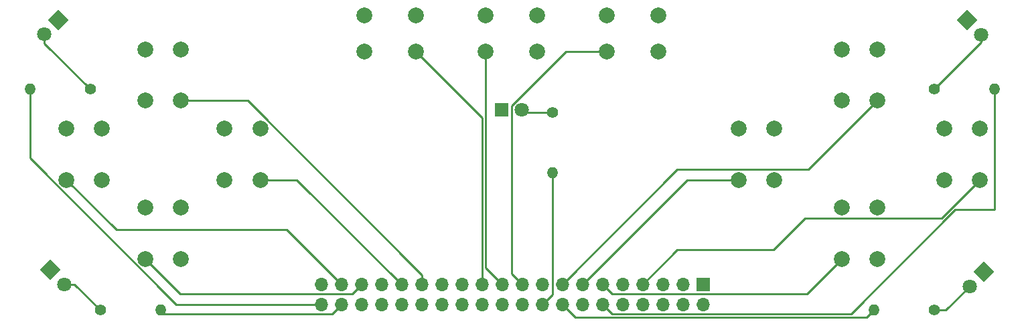
<source format=gtl>
%TF.GenerationSoftware,KiCad,Pcbnew,(6.0.11-0)*%
%TF.CreationDate,2023-02-15T22:40:39-07:00*%
%TF.ProjectId,gamepad,67616d65-7061-4642-9e6b-696361645f70,rev?*%
%TF.SameCoordinates,Original*%
%TF.FileFunction,Copper,L1,Top*%
%TF.FilePolarity,Positive*%
%FSLAX46Y46*%
G04 Gerber Fmt 4.6, Leading zero omitted, Abs format (unit mm)*
G04 Created by KiCad (PCBNEW (6.0.11-0)) date 2023-02-15 22:40:39*
%MOMM*%
%LPD*%
G01*
G04 APERTURE LIST*
G04 Aperture macros list*
%AMRotRect*
0 Rectangle, with rotation*
0 The origin of the aperture is its center*
0 $1 length*
0 $2 width*
0 $3 Rotation angle, in degrees counterclockwise*
0 Add horizontal line*
21,1,$1,$2,0,0,$3*%
G04 Aperture macros list end*
%TA.AperFunction,ComponentPad*%
%ADD10RotRect,1.800000X1.800000X225.000000*%
%TD*%
%TA.AperFunction,ComponentPad*%
%ADD11C,1.800000*%
%TD*%
%TA.AperFunction,ComponentPad*%
%ADD12RotRect,1.800000X1.800000X315.000000*%
%TD*%
%TA.AperFunction,ComponentPad*%
%ADD13C,1.400000*%
%TD*%
%TA.AperFunction,ComponentPad*%
%ADD14O,1.400000X1.400000*%
%TD*%
%TA.AperFunction,ComponentPad*%
%ADD15C,2.000000*%
%TD*%
%TA.AperFunction,ComponentPad*%
%ADD16R,1.800000X1.800000*%
%TD*%
%TA.AperFunction,ComponentPad*%
%ADD17R,1.700000X1.700000*%
%TD*%
%TA.AperFunction,ComponentPad*%
%ADD18O,1.700000X1.700000*%
%TD*%
%TA.AperFunction,Conductor*%
%ADD19C,0.250000*%
%TD*%
G04 APERTURE END LIST*
D10*
%TO.P,D5,1,K*%
%TO.N,Net-(J1-Pad9)*%
X224767963Y-137414849D03*
D11*
%TO.P,D5,2,A*%
%TO.N,Net-(D5-Pad2)*%
X222971912Y-139210900D03*
%TD*%
D12*
%TO.P,D4,1,K*%
%TO.N,Net-(J1-Pad9)*%
X222583082Y-105584365D03*
D11*
%TO.P,D4,2,A*%
%TO.N,Net-(D4-Pad2)*%
X224379133Y-107380416D03*
%TD*%
D10*
%TO.P,D3,1,K*%
%TO.N,Net-(J1-Pad39)*%
X107764349Y-105572566D03*
D11*
%TO.P,D3,2,A*%
%TO.N,Net-(D3-Pad2)*%
X105968298Y-107368617D03*
%TD*%
D12*
%TO.P,D2,1,K*%
%TO.N,Net-(J1-Pad39)*%
X106680000Y-137160000D03*
D11*
%TO.P,D2,2,A*%
%TO.N,Net-(D2-Pad2)*%
X108476051Y-138956051D03*
%TD*%
D13*
%TO.P,R5,1*%
%TO.N,Net-(D5-Pad2)*%
X218440000Y-142240000D03*
D14*
%TO.P,R5,2*%
%TO.N,Net-(J1-Pad16)*%
X210820000Y-142240000D03*
%TD*%
D13*
%TO.P,R4,1*%
%TO.N,Net-(D4-Pad2)*%
X218440000Y-114300000D03*
D14*
%TO.P,R4,2*%
%TO.N,Net-(J1-Pad12)*%
X226060000Y-114300000D03*
%TD*%
%TO.P,R3,2*%
%TO.N,Net-(J1-Pad40)*%
X104140000Y-114300000D03*
D13*
%TO.P,R3,1*%
%TO.N,Net-(D3-Pad2)*%
X111760000Y-114300000D03*
%TD*%
%TO.P,R2,1*%
%TO.N,Net-(D2-Pad2)*%
X113030000Y-142240000D03*
D14*
%TO.P,R2,2*%
%TO.N,Net-(J1-Pad38)*%
X120650000Y-142240000D03*
%TD*%
D15*
%TO.P,SW5,1,1*%
%TO.N,Net-(D1-Pad1)*%
X152910000Y-105000000D03*
X146410000Y-105000000D03*
%TO.P,SW5,2,2*%
%TO.N,Net-(J1-Pad23)*%
X152910000Y-109500000D03*
X146410000Y-109500000D03*
%TD*%
%TO.P,SW3,1,1*%
%TO.N,Net-(J1-Pad35)*%
X118750000Y-129250000D03*
X118750000Y-135750000D03*
%TO.P,SW3,2,2*%
%TO.N,Net-(J1-Pad39)*%
X123250000Y-135750000D03*
X123250000Y-129250000D03*
%TD*%
%TO.P,SW8,1,1*%
%TO.N,Net-(J1-Pad13)*%
X193750000Y-125750000D03*
X193750000Y-119250000D03*
%TO.P,SW8,2,2*%
%TO.N,Net-(J1-Pad9)*%
X198250000Y-119250000D03*
X198250000Y-125750000D03*
%TD*%
D13*
%TO.P,R1,1*%
%TO.N,Net-(D1-Pad2)*%
X170180000Y-117270000D03*
D14*
%TO.P,R1,2*%
%TO.N,Net-(J1-Pad18)*%
X170180000Y-124890000D03*
%TD*%
D11*
%TO.P,D1,2,A*%
%TO.N,Net-(D1-Pad2)*%
X166290000Y-116880000D03*
D16*
%TO.P,D1,1,K*%
%TO.N,Net-(D1-Pad1)*%
X163750000Y-116880000D03*
%TD*%
D17*
%TO.P,J1,1,3V3*%
%TO.N,unconnected-(J1-Pad1)*%
X189225000Y-138971190D03*
D18*
%TO.P,J1,2,5V*%
%TO.N,unconnected-(J1-Pad2)*%
X189225000Y-141511190D03*
%TO.P,J1,3,SDA/GPIO2*%
%TO.N,unconnected-(J1-Pad3)*%
X186685000Y-138971190D03*
%TO.P,J1,4,5V*%
%TO.N,unconnected-(J1-Pad4)*%
X186685000Y-141511190D03*
%TO.P,J1,5,SCL/GPIO3*%
%TO.N,unconnected-(J1-Pad5)*%
X184145000Y-138971190D03*
%TO.P,J1,6,GND*%
%TO.N,unconnected-(J1-Pad6)*%
X184145000Y-141511190D03*
%TO.P,J1,7,GCLK0/GPIO4*%
%TO.N,Net-(J1-Pad7)*%
X181605000Y-138971190D03*
%TO.P,J1,8,GPIO14/TXD*%
%TO.N,unconnected-(J1-Pad8)*%
X181605000Y-141511190D03*
%TO.P,J1,9,GND*%
%TO.N,Net-(J1-Pad9)*%
X179065000Y-138971190D03*
%TO.P,J1,10,GPIO15/RXD*%
%TO.N,unconnected-(J1-Pad10)*%
X179065000Y-141511190D03*
%TO.P,J1,11,GPIO17*%
%TO.N,Net-(J1-Pad11)*%
X176525000Y-138971190D03*
%TO.P,J1,12,GPIO18/PWM0*%
%TO.N,Net-(J1-Pad12)*%
X176525000Y-141511190D03*
%TO.P,J1,13,GPIO27*%
%TO.N,Net-(J1-Pad13)*%
X173985000Y-138971190D03*
%TO.P,J1,14,GND*%
%TO.N,unconnected-(J1-Pad14)*%
X173985000Y-141511190D03*
%TO.P,J1,15,GPIO22*%
%TO.N,Net-(J1-Pad15)*%
X171445000Y-138971190D03*
%TO.P,J1,16,GPIO23*%
%TO.N,Net-(J1-Pad16)*%
X171445000Y-141511190D03*
%TO.P,J1,17,3V3*%
%TO.N,unconnected-(J1-Pad17)*%
X168905000Y-138971190D03*
%TO.P,J1,18,GPIO24*%
%TO.N,Net-(J1-Pad18)*%
X168905000Y-141511190D03*
%TO.P,J1,19,MOSI0/GPIO10*%
%TO.N,Net-(J1-Pad19)*%
X166365000Y-138971190D03*
%TO.P,J1,20,GND*%
%TO.N,unconnected-(J1-Pad20)*%
X166365000Y-141511190D03*
%TO.P,J1,21,MISO0/GPIO9*%
%TO.N,Net-(J1-Pad21)*%
X163825000Y-138971190D03*
%TO.P,J1,22,GPIO25*%
%TO.N,unconnected-(J1-Pad22)*%
X163825000Y-141511190D03*
%TO.P,J1,23,SCLK0/GPIO11*%
%TO.N,Net-(J1-Pad23)*%
X161285000Y-138971190D03*
%TO.P,J1,24,~{CE0}/GPIO8*%
%TO.N,unconnected-(J1-Pad24)*%
X161285000Y-141511190D03*
%TO.P,J1,25,GND*%
%TO.N,Net-(D1-Pad1)*%
X158745000Y-138971190D03*
%TO.P,J1,26,~{CE1}/GPIO7*%
%TO.N,unconnected-(J1-Pad26)*%
X158745000Y-141511190D03*
%TO.P,J1,27,ID_SD/GPIO0*%
%TO.N,unconnected-(J1-Pad27)*%
X156205000Y-138971190D03*
%TO.P,J1,28,ID_SC/GPIO1*%
%TO.N,unconnected-(J1-Pad28)*%
X156205000Y-141511190D03*
%TO.P,J1,29,GCLK1/GPIO5*%
%TO.N,Net-(J1-Pad29)*%
X153665000Y-138971190D03*
%TO.P,J1,30,GND*%
%TO.N,unconnected-(J1-Pad30)*%
X153665000Y-141511190D03*
%TO.P,J1,31,GCLK2/GPIO6*%
%TO.N,Net-(J1-Pad31)*%
X151125000Y-138971190D03*
%TO.P,J1,32,PWM0/GPIO12*%
%TO.N,unconnected-(J1-Pad32)*%
X151125000Y-141511190D03*
%TO.P,J1,33,PWM1/GPIO13*%
%TO.N,unconnected-(J1-Pad33)*%
X148585000Y-138971190D03*
%TO.P,J1,34,GND*%
%TO.N,unconnected-(J1-Pad34)*%
X148585000Y-141511190D03*
%TO.P,J1,35,GPIO19/MISO1*%
%TO.N,Net-(J1-Pad35)*%
X146045000Y-138971190D03*
%TO.P,J1,36,GPIO16*%
%TO.N,unconnected-(J1-Pad36)*%
X146045000Y-141511190D03*
%TO.P,J1,37,GPIO26*%
%TO.N,Net-(J1-Pad37)*%
X143505000Y-138971190D03*
%TO.P,J1,38,GPIO20/MOSI1*%
%TO.N,Net-(J1-Pad38)*%
X143505000Y-141511190D03*
%TO.P,J1,39,GND*%
%TO.N,Net-(J1-Pad39)*%
X140965000Y-138971190D03*
%TO.P,J1,40,GPIO21/SCLK1*%
%TO.N,Net-(J1-Pad40)*%
X140965000Y-141511190D03*
%TD*%
D15*
%TO.P,SW11,1,1*%
%TO.N,Net-(J1-Pad9)*%
X219750000Y-125750000D03*
X219750000Y-119250000D03*
%TO.P,SW11,2,2*%
%TO.N,Net-(J1-Pad7)*%
X224250000Y-125750000D03*
X224250000Y-119250000D03*
%TD*%
%TO.P,SW1,1,1*%
%TO.N,Net-(J1-Pad37)*%
X108750000Y-125750000D03*
X108750000Y-119250000D03*
%TO.P,SW1,2,2*%
%TO.N,Net-(J1-Pad39)*%
X113250000Y-119250000D03*
X113250000Y-125750000D03*
%TD*%
%TO.P,SW7,1,1*%
%TO.N,Net-(D1-Pad1)*%
X183590000Y-105000000D03*
X177090000Y-105000000D03*
%TO.P,SW7,2,2*%
%TO.N,Net-(J1-Pad19)*%
X177090000Y-109500000D03*
X183590000Y-109500000D03*
%TD*%
%TO.P,SW10,1,1*%
%TO.N,Net-(J1-Pad9)*%
X206750000Y-109250000D03*
X206750000Y-115750000D03*
%TO.P,SW10,2,2*%
%TO.N,Net-(J1-Pad15)*%
X211250000Y-109250000D03*
X211250000Y-115750000D03*
%TD*%
%TO.P,SW2,1,1*%
%TO.N,Net-(J1-Pad39)*%
X118750000Y-115750000D03*
X118750000Y-109250000D03*
%TO.P,SW2,2,2*%
%TO.N,Net-(J1-Pad29)*%
X123250000Y-115750000D03*
X123250000Y-109250000D03*
%TD*%
%TO.P,SW4,1,1*%
%TO.N,Net-(J1-Pad39)*%
X128750000Y-119250000D03*
X128750000Y-125750000D03*
%TO.P,SW4,2,2*%
%TO.N,Net-(J1-Pad31)*%
X133250000Y-119250000D03*
X133250000Y-125750000D03*
%TD*%
%TO.P,SW9,1,1*%
%TO.N,Net-(J1-Pad11)*%
X206750000Y-135750000D03*
X206750000Y-129250000D03*
%TO.P,SW9,2,2*%
%TO.N,Net-(J1-Pad9)*%
X211250000Y-135750000D03*
X211250000Y-129250000D03*
%TD*%
%TO.P,SW6,1,1*%
%TO.N,Net-(D1-Pad1)*%
X161750000Y-105000000D03*
X168250000Y-105000000D03*
%TO.P,SW6,2,2*%
%TO.N,Net-(J1-Pad21)*%
X161750000Y-109500000D03*
X168250000Y-109500000D03*
%TD*%
D19*
%TO.N,Net-(D4-Pad2)*%
X218440000Y-114300000D02*
X224379133Y-108360867D01*
X224379133Y-108360867D02*
X224379133Y-107380416D01*
%TO.N,Net-(J1-Pad12)*%
X226060000Y-129540000D02*
X226060000Y-114300000D01*
X176525000Y-141511190D02*
X177700000Y-142686190D01*
X177700000Y-142686190D02*
X207950206Y-142686190D01*
X207950206Y-142686190D02*
X221096396Y-129540000D01*
X221096396Y-129540000D02*
X226060000Y-129540000D01*
%TO.N,Net-(J1-Pad19)*%
X166365000Y-138971190D02*
X165065000Y-137671190D01*
X165065000Y-137671190D02*
X165065000Y-116372588D01*
X165065000Y-116372588D02*
X171937588Y-109500000D01*
X171937588Y-109500000D02*
X177090000Y-109500000D01*
%TO.N,Net-(D1-Pad2)*%
X170180000Y-117270000D02*
X166680000Y-117270000D01*
X166680000Y-117270000D02*
X166290000Y-116880000D01*
%TO.N,Net-(J1-Pad21)*%
X163825000Y-138971190D02*
X161750000Y-136896190D01*
X161750000Y-136896190D02*
X161750000Y-109500000D01*
%TO.N,Net-(D3-Pad2)*%
X111760000Y-114300000D02*
X105968298Y-108508298D01*
X105968298Y-108508298D02*
X105968298Y-107368617D01*
%TO.N,Net-(J1-Pad40)*%
X104140000Y-123013833D02*
X104140000Y-114300000D01*
%TO.N,Net-(D5-Pad2)*%
X218440000Y-142240000D02*
X219942812Y-142240000D01*
X219942812Y-142240000D02*
X222971912Y-139210900D01*
%TO.N,Net-(J1-Pad16)*%
X171445000Y-141511190D02*
X173070000Y-143136190D01*
X173070000Y-143136190D02*
X209923810Y-143136190D01*
X209923810Y-143136190D02*
X210820000Y-142240000D01*
%TO.N,Net-(J1-Pad40)*%
X140965000Y-141511190D02*
X122637357Y-141511190D01*
X122637357Y-141511190D02*
X104140000Y-123013833D01*
%TO.N,Net-(D2-Pad2)*%
X113030000Y-142240000D02*
X109746051Y-138956051D01*
X109746051Y-138956051D02*
X108476051Y-138956051D01*
%TO.N,Net-(J1-Pad38)*%
X143505000Y-141511190D02*
X142330000Y-142686190D01*
X142330000Y-142686190D02*
X121096190Y-142686190D01*
X121096190Y-142686190D02*
X120650000Y-142240000D01*
%TO.N,Net-(J1-Pad15)*%
X202575000Y-124425000D02*
X211250000Y-115750000D01*
X171445000Y-138971190D02*
X185991190Y-124425000D01*
X185991190Y-124425000D02*
X202575000Y-124425000D01*
%TO.N,Net-(J1-Pad35)*%
X123146190Y-140146190D02*
X118750000Y-135750000D01*
X146045000Y-138971190D02*
X144870000Y-140146190D01*
X144870000Y-140146190D02*
X123146190Y-140146190D01*
%TO.N,Net-(J1-Pad37)*%
X136613810Y-132080000D02*
X115080000Y-132080000D01*
X115080000Y-132080000D02*
X108750000Y-125750000D01*
X143505000Y-138971190D02*
X136613810Y-132080000D01*
%TO.N,Net-(J1-Pad7)*%
X181605000Y-138971190D02*
X185956190Y-134620000D01*
X202165000Y-130575000D02*
X219425000Y-130575000D01*
X219425000Y-130575000D02*
X224250000Y-125750000D01*
X185956190Y-134620000D02*
X198120000Y-134620000D01*
X198120000Y-134620000D02*
X202165000Y-130575000D01*
%TO.N,Net-(J1-Pad11)*%
X202353810Y-140146190D02*
X206750000Y-135750000D01*
X177700000Y-140146190D02*
X202353810Y-140146190D01*
X176525000Y-138971190D02*
X177700000Y-140146190D01*
%TO.N,Net-(J1-Pad13)*%
X173985000Y-138971190D02*
X187206190Y-125750000D01*
X187206190Y-125750000D02*
X193750000Y-125750000D01*
%TO.N,Net-(J1-Pad18)*%
X170180000Y-140236190D02*
X170180000Y-124890000D01*
X168905000Y-141511190D02*
X170180000Y-140236190D01*
%TO.N,Net-(J1-Pad23)*%
X161285000Y-117875000D02*
X152910000Y-109500000D01*
X161285000Y-138971190D02*
X161285000Y-117875000D01*
%TO.N,Net-(J1-Pad29)*%
X131645891Y-115750000D02*
X123250000Y-115750000D01*
X153665000Y-138971190D02*
X153665000Y-137769109D01*
X153665000Y-137769109D02*
X131645891Y-115750000D01*
%TO.N,Net-(J1-Pad31)*%
X137903810Y-125750000D02*
X133250000Y-125750000D01*
X151125000Y-138971190D02*
X137903810Y-125750000D01*
%TD*%
M02*

</source>
